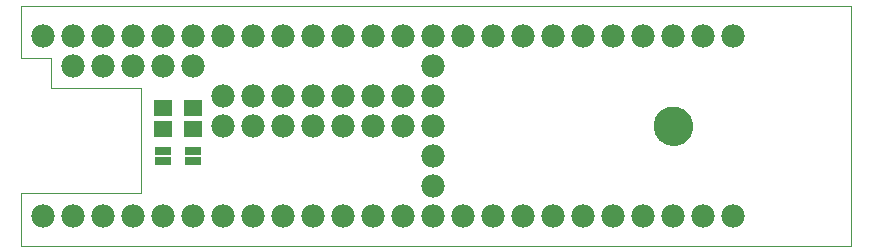
<source format=gbs>
G75*
%MOIN*%
%OFA0B0*%
%FSLAX24Y24*%
%IPPOS*%
%LPD*%
%AMOC8*
5,1,8,0,0,1.08239X$1,22.5*
%
%ADD10C,0.0000*%
%ADD11C,0.1300*%
%ADD12C,0.0780*%
%ADD13R,0.0631X0.0552*%
%ADD14R,0.0540X0.0290*%
D10*
X001423Y003543D02*
X001423Y005293D01*
X005423Y005293D01*
X005423Y008793D01*
X002423Y008793D01*
X002423Y009793D01*
X001423Y009793D01*
X001423Y011539D01*
X001423Y011543D01*
X001423Y011539D02*
X029082Y011539D01*
X029082Y003543D01*
X001423Y003543D01*
X022543Y007543D02*
X022545Y007593D01*
X022551Y007643D01*
X022561Y007692D01*
X022575Y007740D01*
X022592Y007787D01*
X022613Y007832D01*
X022638Y007876D01*
X022666Y007917D01*
X022698Y007956D01*
X022732Y007993D01*
X022769Y008027D01*
X022809Y008057D01*
X022851Y008084D01*
X022895Y008108D01*
X022941Y008129D01*
X022988Y008145D01*
X023036Y008158D01*
X023086Y008167D01*
X023135Y008172D01*
X023186Y008173D01*
X023236Y008170D01*
X023285Y008163D01*
X023334Y008152D01*
X023382Y008137D01*
X023428Y008119D01*
X023473Y008097D01*
X023516Y008071D01*
X023557Y008042D01*
X023596Y008010D01*
X023632Y007975D01*
X023664Y007937D01*
X023694Y007897D01*
X023721Y007854D01*
X023744Y007810D01*
X023763Y007764D01*
X023779Y007716D01*
X023791Y007667D01*
X023799Y007618D01*
X023803Y007568D01*
X023803Y007518D01*
X023799Y007468D01*
X023791Y007419D01*
X023779Y007370D01*
X023763Y007322D01*
X023744Y007276D01*
X023721Y007232D01*
X023694Y007189D01*
X023664Y007149D01*
X023632Y007111D01*
X023596Y007076D01*
X023557Y007044D01*
X023516Y007015D01*
X023473Y006989D01*
X023428Y006967D01*
X023382Y006949D01*
X023334Y006934D01*
X023285Y006923D01*
X023236Y006916D01*
X023186Y006913D01*
X023135Y006914D01*
X023086Y006919D01*
X023036Y006928D01*
X022988Y006941D01*
X022941Y006957D01*
X022895Y006978D01*
X022851Y007002D01*
X022809Y007029D01*
X022769Y007059D01*
X022732Y007093D01*
X022698Y007130D01*
X022666Y007169D01*
X022638Y007210D01*
X022613Y007254D01*
X022592Y007299D01*
X022575Y007346D01*
X022561Y007394D01*
X022551Y007443D01*
X022545Y007493D01*
X022543Y007543D01*
D11*
X023173Y007543D03*
D12*
X023173Y004543D03*
X024173Y004543D03*
X025173Y004543D03*
X022173Y004543D03*
X021173Y004543D03*
X020173Y004543D03*
X019173Y004543D03*
X018173Y004543D03*
X017173Y004543D03*
X016173Y004543D03*
X015173Y004543D03*
X014173Y004543D03*
X013173Y004543D03*
X012173Y004543D03*
X011173Y004543D03*
X010173Y004543D03*
X009173Y004543D03*
X008173Y004543D03*
X007173Y004543D03*
X006173Y004543D03*
X005173Y004543D03*
X004173Y004543D03*
X003173Y004543D03*
X002173Y004543D03*
X008173Y007543D03*
X009173Y007543D03*
X010173Y007543D03*
X011173Y007543D03*
X012173Y007543D03*
X013173Y007543D03*
X014173Y007543D03*
X015173Y007543D03*
X015173Y006543D03*
X015173Y005543D03*
X015173Y008543D03*
X014173Y008543D03*
X013173Y008543D03*
X012173Y008543D03*
X011173Y008543D03*
X010173Y008543D03*
X009173Y008543D03*
X008173Y008543D03*
X007173Y009543D03*
X006173Y009543D03*
X005173Y009543D03*
X004173Y009543D03*
X003173Y009543D03*
X003173Y010543D03*
X004173Y010543D03*
X005173Y010543D03*
X006173Y010543D03*
X007173Y010543D03*
X008173Y010543D03*
X009173Y010543D03*
X010173Y010543D03*
X011173Y010543D03*
X012173Y010543D03*
X013173Y010543D03*
X014173Y010543D03*
X015173Y010543D03*
X016173Y010543D03*
X017173Y010543D03*
X018173Y010543D03*
X019173Y010543D03*
X020173Y010543D03*
X021173Y010543D03*
X022173Y010543D03*
X023173Y010543D03*
X024173Y010543D03*
X025173Y010543D03*
X015173Y009543D03*
X002173Y010543D03*
D13*
X006173Y008128D03*
X007173Y008128D03*
X007173Y007459D03*
X006173Y007459D03*
D14*
X006173Y006720D03*
X006173Y006366D03*
X007173Y006366D03*
X007173Y006720D03*
M02*

</source>
